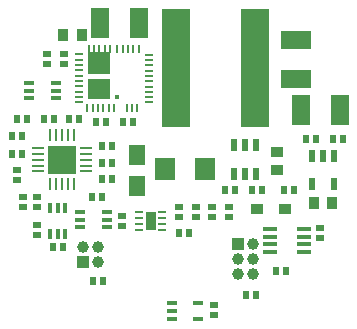
<source format=gbr>
G04 Layer_Color=255*
%FSLAX25Y25*%
%MOIN*%
%TF.FileFunction,Pads,Top*%
%TF.Part,Single*%
G01*
G75*
%TA.AperFunction,SMDPad*%
%ADD10R,0.06693X0.07677*%
%TA.AperFunction,SMDPad*%
%ADD11R,0.03661X0.03858*%
%TA.AperFunction,SMDPad*%
%ADD12R,0.01575X0.03543*%
%TA.AperFunction,SMDPad*%
%ADD13R,0.03543X0.01575*%
%TA.AperFunction,SMDPad*%
%ADD14R,0.02362X0.02559*%
%TA.AperFunction,SMDPad*%
%ADD15O,0.02756X0.00984*%
%TA.AperFunction,SMDPad*%
%ADD16R,0.03347X0.06299*%
%TA.AperFunction,SMDPad*%
%ADD17R,0.02559X0.02362*%
%TA.AperFunction,SMDPad*%
%ADD18R,0.06000X0.10000*%
%TA.AperFunction,SMDPad*%
%ADD19R,0.09646X0.09646*%
%TA.AperFunction,SMDPad*%
%ADD20O,0.00984X0.04331*%
%TA.AperFunction,SMDPad*%
%ADD21O,0.04331X0.00984*%
%TA.AperFunction,SMDPad*%
G04:AMPARAMS|DCode=22|XSize=15.35mil|YSize=47.24mil|CornerRadius=3.84mil|HoleSize=0mil|Usage=FLASHONLY|Rotation=270.000|XOffset=0mil|YOffset=0mil|HoleType=Round|Shape=RoundedRectangle|*
%AMROUNDEDRECTD22*
21,1,0.01535,0.03957,0,0,270.0*
21,1,0.00768,0.04724,0,0,270.0*
1,1,0.00768,-0.01978,-0.00384*
1,1,0.00768,-0.01978,0.00384*
1,1,0.00768,0.01978,0.00384*
1,1,0.00768,0.01978,-0.00384*
%
%ADD22ROUNDEDRECTD22*%
%TA.AperFunction,SMDPad*%
%ADD23R,0.02362X0.03937*%
%TA.AperFunction,SMDPad*%
%ADD24R,0.09370X0.39370*%
%TA.AperFunction,SMDPad*%
%ADD25O,0.00984X0.02953*%
%TA.AperFunction,SMDPad*%
%ADD26O,0.02953X0.00984*%
%TA.AperFunction,SMDPad*%
%ADD27R,0.07677X0.06890*%
%TA.AperFunction,SMDPad*%
%ADD28R,0.07677X0.07205*%
%TA.AperFunction,SMDPad*%
%ADD29R,0.01181X0.01772*%
%TA.AperFunction,SMDPad*%
%ADD30R,0.03858X0.03661*%
%TA.AperFunction,SMDPad*%
%ADD31R,0.05315X0.07087*%
%TA.AperFunction,SMDPad*%
%ADD32R,0.10000X0.06000*%
%TA.AperFunction,SMDPad*%
%ADD33R,0.03937X0.03268*%
%TA.AperFunction,SMDPad*%
%ADD34R,0.03347X0.01575*%
%TA.AperFunction,ViaPad*%
%ADD41R,0.03937X0.03937*%
%TA.AperFunction,ViaPad*%
%ADD42C,0.03937*%
%TA.AperFunction,ViaPad*%
%ADD43R,0.03937X0.03937*%
D10*
X400693Y316000D02*
D03*
X387307D02*
D03*
D11*
X353468Y360500D02*
D03*
X359531D02*
D03*
X436969Y304500D02*
D03*
X443032D02*
D03*
D12*
X354059Y294071D02*
D03*
X351500D02*
D03*
X348941D02*
D03*
Y302929D02*
D03*
X351500D02*
D03*
X354059D02*
D03*
D13*
X342071Y344559D02*
D03*
Y342000D02*
D03*
Y339441D02*
D03*
X350929D02*
D03*
Y342000D02*
D03*
Y344559D02*
D03*
X367929Y296441D02*
D03*
Y299000D02*
D03*
Y301559D02*
D03*
X359071D02*
D03*
Y299000D02*
D03*
Y296441D02*
D03*
D14*
X366173Y306500D02*
D03*
X362827D02*
D03*
X395173Y294500D02*
D03*
X391827D02*
D03*
X358673Y332500D02*
D03*
X355327D02*
D03*
X336327Y327000D02*
D03*
X339673D02*
D03*
X366327Y312500D02*
D03*
X369673D02*
D03*
X369673Y318000D02*
D03*
X366327D02*
D03*
X369673Y323500D02*
D03*
X366327D02*
D03*
X337827Y332500D02*
D03*
X341173D02*
D03*
X336327Y321000D02*
D03*
X339673D02*
D03*
X346827Y332500D02*
D03*
X350173D02*
D03*
X446673Y326000D02*
D03*
X443327D02*
D03*
X434327Y326000D02*
D03*
X437673D02*
D03*
X416327Y309000D02*
D03*
X419673D02*
D03*
X364327Y331500D02*
D03*
X367673D02*
D03*
X373327D02*
D03*
X376673D02*
D03*
X407327Y309000D02*
D03*
X410673D02*
D03*
X424327Y282000D02*
D03*
X427673D02*
D03*
X426827Y309000D02*
D03*
X430173D02*
D03*
X363327Y278500D02*
D03*
X366673D02*
D03*
X349827Y290000D02*
D03*
X353173D02*
D03*
X414327Y274000D02*
D03*
X417673D02*
D03*
D15*
X386398Y295547D02*
D03*
Y297516D02*
D03*
Y299484D02*
D03*
Y301453D02*
D03*
X378602Y295547D02*
D03*
Y297516D02*
D03*
Y299484D02*
D03*
Y301453D02*
D03*
D16*
X382500Y298500D02*
D03*
D17*
X373000Y300173D02*
D03*
Y296827D02*
D03*
X348000Y354173D02*
D03*
Y350827D02*
D03*
X338000Y312327D02*
D03*
Y315673D02*
D03*
X340000Y306673D02*
D03*
Y303327D02*
D03*
X344500Y303327D02*
D03*
Y306673D02*
D03*
Y293827D02*
D03*
Y297173D02*
D03*
X439000Y292827D02*
D03*
Y296173D02*
D03*
X353500Y350827D02*
D03*
Y354173D02*
D03*
X392000Y299827D02*
D03*
Y303173D02*
D03*
X403000Y299827D02*
D03*
Y303173D02*
D03*
X408500D02*
D03*
Y299827D02*
D03*
X397500D02*
D03*
Y303173D02*
D03*
X403500Y270673D02*
D03*
Y267327D02*
D03*
D18*
X432500Y335500D02*
D03*
X445500D02*
D03*
X365500Y364500D02*
D03*
X378500D02*
D03*
D19*
X353000Y319000D02*
D03*
D20*
X349063Y327071D02*
D03*
X351031D02*
D03*
X353000D02*
D03*
X354969D02*
D03*
X356937D02*
D03*
Y310929D02*
D03*
X354969D02*
D03*
X353000D02*
D03*
X351031D02*
D03*
X349063D02*
D03*
D21*
X361071Y322937D02*
D03*
Y320969D02*
D03*
Y319000D02*
D03*
Y317032D02*
D03*
Y315063D02*
D03*
X344929D02*
D03*
Y317032D02*
D03*
Y319000D02*
D03*
Y320969D02*
D03*
Y322937D02*
D03*
D22*
X422291Y295839D02*
D03*
Y293280D02*
D03*
Y290721D02*
D03*
Y288161D02*
D03*
X433709Y295839D02*
D03*
Y293280D02*
D03*
Y290721D02*
D03*
Y288161D02*
D03*
D23*
X443740Y310776D02*
D03*
X436260D02*
D03*
Y320224D02*
D03*
X440000D02*
D03*
X443740D02*
D03*
X410260Y314276D02*
D03*
X414000D02*
D03*
X417740D02*
D03*
Y323724D02*
D03*
X414000D02*
D03*
X410260D02*
D03*
D24*
X417181Y349500D02*
D03*
X391000D02*
D03*
D25*
X361473Y336165D02*
D03*
X363245D02*
D03*
X365016D02*
D03*
X366788D02*
D03*
X368560D02*
D03*
X370331D02*
D03*
X374543D02*
D03*
X376315D02*
D03*
X378086D02*
D03*
X378481Y355850D02*
D03*
X376709D02*
D03*
X374938D02*
D03*
X373165D02*
D03*
X371393D02*
D03*
X368952D02*
D03*
X367181D02*
D03*
X365409D02*
D03*
X363637D02*
D03*
X361866D02*
D03*
D26*
X382024Y338055D02*
D03*
Y339827D02*
D03*
Y341598D02*
D03*
Y343370D02*
D03*
Y345142D02*
D03*
Y346913D02*
D03*
Y348685D02*
D03*
Y350457D02*
D03*
Y352228D02*
D03*
Y354000D02*
D03*
X358598Y354079D02*
D03*
Y352307D02*
D03*
Y350535D02*
D03*
Y348764D02*
D03*
Y346992D02*
D03*
Y345220D02*
D03*
Y343449D02*
D03*
Y341677D02*
D03*
Y339905D02*
D03*
Y338134D02*
D03*
D27*
X365389Y342563D02*
D03*
D28*
Y351185D02*
D03*
D29*
X371393Y340004D02*
D03*
D30*
X424500Y315469D02*
D03*
Y321532D02*
D03*
D31*
X378000Y310343D02*
D03*
Y320657D02*
D03*
D32*
X431000Y346000D02*
D03*
Y359000D02*
D03*
D33*
X417854Y302500D02*
D03*
X427146D02*
D03*
D34*
X389571Y271059D02*
D03*
Y268500D02*
D03*
Y265941D02*
D03*
X398429D02*
D03*
Y271059D02*
D03*
D41*
X411500Y291000D02*
D03*
D42*
X416500D02*
D03*
X411500Y286000D02*
D03*
X416500D02*
D03*
X411500Y281000D02*
D03*
X416500D02*
D03*
X360000Y290000D02*
D03*
X365000Y285000D02*
D03*
Y290000D02*
D03*
D43*
X360000Y285000D02*
D03*
%TF.MD5,39CBA0F91C9D513ACC52664A67F704A5*%
M02*

</source>
